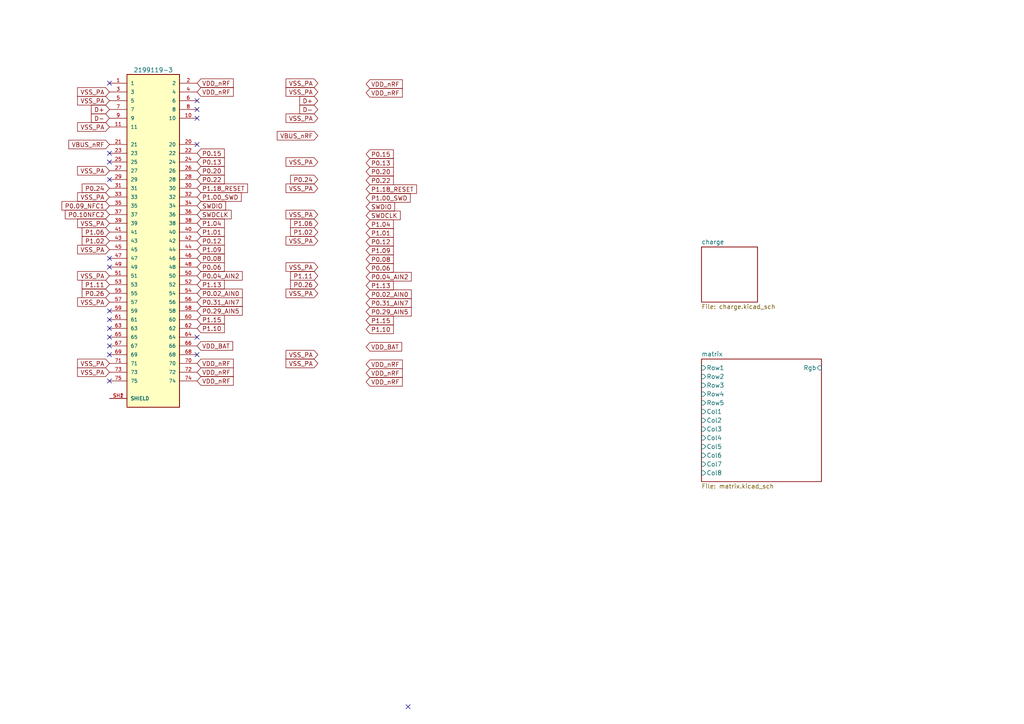
<source format=kicad_sch>
(kicad_sch (version 20230121) (generator eeschema)

  (uuid 0c58979d-0266-4c3b-8be3-5cbd68db6aec)

  (paper "A4")

  (lib_symbols
    (symbol "2199119-3:2199119-3" (pin_names (offset 1.016)) (in_bom yes) (on_board yes)
      (property "Reference" "J" (at -7.6454 48.9966 0)
        (effects (font (size 1.27 1.27)) (justify left bottom))
      )
      (property "Value" "2199119-3" (at -7.62 -50.8762 0)
        (effects (font (size 1.27 1.27)) (justify left bottom))
      )
      (property "Footprint" "TE_2199119-3" (at 0 0 0)
        (effects (font (size 1.27 1.27)) (justify left bottom) hide)
      )
      (property "Datasheet" "" (at 0 0 0)
        (effects (font (size 1.27 1.27)) (justify left bottom) hide)
      )
      (property "EU_RoHS_Compliance" "Compliant" (at 0 0 0)
        (effects (font (size 1.27 1.27)) (justify left bottom) hide)
      )
      (property "Comment" "2199119-3" (at 0 0 0)
        (effects (font (size 1.27 1.27)) (justify left bottom) hide)
      )
      (property "ki_locked" "" (at 0 0 0)
        (effects (font (size 1.27 1.27)))
      )
      (symbol "2199119-3_0_0"
        (rectangle (start -7.62 -48.26) (end 7.62 48.26)
          (stroke (width 0.254) (type solid))
          (fill (type background))
        )
        (pin passive line (at -12.7 45.72 0) (length 5.08)
          (name "1" (effects (font (size 1.016 1.016))))
          (number "1" (effects (font (size 1.016 1.016))))
        )
        (pin passive line (at 12.7 35.56 180) (length 5.08)
          (name "10" (effects (font (size 1.016 1.016))))
          (number "10" (effects (font (size 1.016 1.016))))
        )
        (pin passive line (at -12.7 33.02 0) (length 5.08)
          (name "11" (effects (font (size 1.016 1.016))))
          (number "11" (effects (font (size 1.016 1.016))))
        )
        (pin passive line (at 12.7 45.72 180) (length 5.08)
          (name "2" (effects (font (size 1.016 1.016))))
          (number "2" (effects (font (size 1.016 1.016))))
        )
        (pin passive line (at 12.7 27.94 180) (length 5.08)
          (name "20" (effects (font (size 1.016 1.016))))
          (number "20" (effects (font (size 1.016 1.016))))
        )
        (pin passive line (at -12.7 27.94 0) (length 5.08)
          (name "21" (effects (font (size 1.016 1.016))))
          (number "21" (effects (font (size 1.016 1.016))))
        )
        (pin passive line (at 12.7 25.4 180) (length 5.08)
          (name "22" (effects (font (size 1.016 1.016))))
          (number "22" (effects (font (size 1.016 1.016))))
        )
        (pin passive line (at -12.7 25.4 0) (length 5.08)
          (name "23" (effects (font (size 1.016 1.016))))
          (number "23" (effects (font (size 1.016 1.016))))
        )
        (pin passive line (at 12.7 22.86 180) (length 5.08)
          (name "24" (effects (font (size 1.016 1.016))))
          (number "24" (effects (font (size 1.016 1.016))))
        )
        (pin passive line (at -12.7 22.86 0) (length 5.08)
          (name "25" (effects (font (size 1.016 1.016))))
          (number "25" (effects (font (size 1.016 1.016))))
        )
        (pin passive line (at 12.7 20.32 180) (length 5.08)
          (name "26" (effects (font (size 1.016 1.016))))
          (number "26" (effects (font (size 1.016 1.016))))
        )
        (pin passive line (at -12.7 20.32 0) (length 5.08)
          (name "27" (effects (font (size 1.016 1.016))))
          (number "27" (effects (font (size 1.016 1.016))))
        )
        (pin passive line (at 12.7 17.78 180) (length 5.08)
          (name "28" (effects (font (size 1.016 1.016))))
          (number "28" (effects (font (size 1.016 1.016))))
        )
        (pin passive line (at -12.7 17.78 0) (length 5.08)
          (name "29" (effects (font (size 1.016 1.016))))
          (number "29" (effects (font (size 1.016 1.016))))
        )
        (pin passive line (at -12.7 43.18 0) (length 5.08)
          (name "3" (effects (font (size 1.016 1.016))))
          (number "3" (effects (font (size 1.016 1.016))))
        )
        (pin passive line (at 12.7 15.24 180) (length 5.08)
          (name "30" (effects (font (size 1.016 1.016))))
          (number "30" (effects (font (size 1.016 1.016))))
        )
        (pin passive line (at -12.7 15.24 0) (length 5.08)
          (name "31" (effects (font (size 1.016 1.016))))
          (number "31" (effects (font (size 1.016 1.016))))
        )
        (pin passive line (at 12.7 12.7 180) (length 5.08)
          (name "32" (effects (font (size 1.016 1.016))))
          (number "32" (effects (font (size 1.016 1.016))))
        )
        (pin passive line (at -12.7 12.7 0) (length 5.08)
          (name "33" (effects (font (size 1.016 1.016))))
          (number "33" (effects (font (size 1.016 1.016))))
        )
        (pin passive line (at 12.7 10.16 180) (length 5.08)
          (name "34" (effects (font (size 1.016 1.016))))
          (number "34" (effects (font (size 1.016 1.016))))
        )
        (pin passive line (at -12.7 10.16 0) (length 5.08)
          (name "35" (effects (font (size 1.016 1.016))))
          (number "35" (effects (font (size 1.016 1.016))))
        )
        (pin passive line (at 12.7 7.62 180) (length 5.08)
          (name "36" (effects (font (size 1.016 1.016))))
          (number "36" (effects (font (size 1.016 1.016))))
        )
        (pin passive line (at -12.7 7.62 0) (length 5.08)
          (name "37" (effects (font (size 1.016 1.016))))
          (number "37" (effects (font (size 1.016 1.016))))
        )
        (pin passive line (at 12.7 5.08 180) (length 5.08)
          (name "38" (effects (font (size 1.016 1.016))))
          (number "38" (effects (font (size 1.016 1.016))))
        )
        (pin passive line (at -12.7 5.08 0) (length 5.08)
          (name "39" (effects (font (size 1.016 1.016))))
          (number "39" (effects (font (size 1.016 1.016))))
        )
        (pin passive line (at 12.7 43.18 180) (length 5.08)
          (name "4" (effects (font (size 1.016 1.016))))
          (number "4" (effects (font (size 1.016 1.016))))
        )
        (pin passive line (at 12.7 2.54 180) (length 5.08)
          (name "40" (effects (font (size 1.016 1.016))))
          (number "40" (effects (font (size 1.016 1.016))))
        )
        (pin passive line (at -12.7 2.54 0) (length 5.08)
          (name "41" (effects (font (size 1.016 1.016))))
          (number "41" (effects (font (size 1.016 1.016))))
        )
        (pin passive line (at 12.7 0 180) (length 5.08)
          (name "42" (effects (font (size 1.016 1.016))))
          (number "42" (effects (font (size 1.016 1.016))))
        )
        (pin passive line (at -12.7 0 0) (length 5.08)
          (name "43" (effects (font (size 1.016 1.016))))
          (number "43" (effects (font (size 1.016 1.016))))
        )
        (pin passive line (at 12.7 -2.54 180) (length 5.08)
          (name "44" (effects (font (size 1.016 1.016))))
          (number "44" (effects (font (size 1.016 1.016))))
        )
        (pin passive line (at -12.7 -2.54 0) (length 5.08)
          (name "45" (effects (font (size 1.016 1.016))))
          (number "45" (effects (font (size 1.016 1.016))))
        )
        (pin passive line (at 12.7 -5.08 180) (length 5.08)
          (name "46" (effects (font (size 1.016 1.016))))
          (number "46" (effects (font (size 1.016 1.016))))
        )
        (pin passive line (at -12.7 -5.08 0) (length 5.08)
          (name "47" (effects (font (size 1.016 1.016))))
          (number "47" (effects (font (size 1.016 1.016))))
        )
        (pin passive line (at 12.7 -7.62 180) (length 5.08)
          (name "48" (effects (font (size 1.016 1.016))))
          (number "48" (effects (font (size 1.016 1.016))))
        )
        (pin passive line (at -12.7 -7.62 0) (length 5.08)
          (name "49" (effects (font (size 1.016 1.016))))
          (number "49" (effects (font (size 1.016 1.016))))
        )
        (pin passive line (at -12.7 40.64 0) (length 5.08)
          (name "5" (effects (font (size 1.016 1.016))))
          (number "5" (effects (font (size 1.016 1.016))))
        )
        (pin passive line (at 12.7 -10.16 180) (length 5.08)
          (name "50" (effects (font (size 1.016 1.016))))
          (number "50" (effects (font (size 1.016 1.016))))
        )
        (pin passive line (at -12.7 -10.16 0) (length 5.08)
          (name "51" (effects (font (size 1.016 1.016))))
          (number "51" (effects (font (size 1.016 1.016))))
        )
        (pin passive line (at 12.7 -12.7 180) (length 5.08)
          (name "52" (effects (font (size 1.016 1.016))))
          (number "52" (effects (font (size 1.016 1.016))))
        )
        (pin passive line (at -12.7 -12.7 0) (length 5.08)
          (name "53" (effects (font (size 1.016 1.016))))
          (number "53" (effects (font (size 1.016 1.016))))
        )
        (pin passive line (at 12.7 -15.24 180) (length 5.08)
          (name "54" (effects (font (size 1.016 1.016))))
          (number "54" (effects (font (size 1.016 1.016))))
        )
        (pin passive line (at -12.7 -15.24 0) (length 5.08)
          (name "55" (effects (font (size 1.016 1.016))))
          (number "55" (effects (font (size 1.016 1.016))))
        )
        (pin passive line (at 12.7 -17.78 180) (length 5.08)
          (name "56" (effects (font (size 1.016 1.016))))
          (number "56" (effects (font (size 1.016 1.016))))
        )
        (pin passive line (at -12.7 -17.78 0) (length 5.08)
          (name "57" (effects (font (size 1.016 1.016))))
          (number "57" (effects (font (size 1.016 1.016))))
        )
        (pin passive line (at 12.7 -20.32 180) (length 5.08)
          (name "58" (effects (font (size 1.016 1.016))))
          (number "58" (effects (font (size 1.016 1.016))))
        )
        (pin passive line (at -12.7 -20.32 0) (length 5.08)
          (name "59" (effects (font (size 1.016 1.016))))
          (number "59" (effects (font (size 1.016 1.016))))
        )
        (pin passive line (at 12.7 40.64 180) (length 5.08)
          (name "6" (effects (font (size 1.016 1.016))))
          (number "6" (effects (font (size 1.016 1.016))))
        )
        (pin passive line (at 12.7 -22.86 180) (length 5.08)
          (name "60" (effects (font (size 1.016 1.016))))
          (number "60" (effects (font (size 1.016 1.016))))
        )
        (pin passive line (at -12.7 -22.86 0) (length 5.08)
          (name "61" (effects (font (size 1.016 1.016))))
          (number "61" (effects (font (size 1.016 1.016))))
        )
        (pin passive line (at 12.7 -25.4 180) (length 5.08)
          (name "62" (effects (font (size 1.016 1.016))))
          (number "62" (effects (font (size 1.016 1.016))))
        )
        (pin passive line (at -12.7 -25.4 0) (length 5.08)
          (name "63" (effects (font (size 1.016 1.016))))
          (number "63" (effects (font (size 1.016 1.016))))
        )
        (pin passive line (at 12.7 -27.94 180) (length 5.08)
          (name "64" (effects (font (size 1.016 1.016))))
          (number "64" (effects (font (size 1.016 1.016))))
        )
        (pin passive line (at -12.7 -27.94 0) (length 5.08)
          (name "65" (effects (font (size 1.016 1.016))))
          (number "65" (effects (font (size 1.016 1.016))))
        )
        (pin passive line (at 12.7 -30.48 180) (length 5.08)
          (name "66" (effects (font (size 1.016 1.016))))
          (number "66" (effects (font (size 1.016 1.016))))
        )
        (pin passive line (at -12.7 -30.48 0) (length 5.08)
          (name "67" (effects (font (size 1.016 1.016))))
          (number "67" (effects (font (size 1.016 1.016))))
        )
        (pin passive line (at 12.7 -33.02 180) (length 5.08)
          (name "68" (effects (font (size 1.016 1.016))))
          (number "68" (effects (font (size 1.016 1.016))))
        )
        (pin passive line (at -12.7 -33.02 0) (length 5.08)
          (name "69" (effects (font (size 1.016 1.016))))
          (number "69" (effects (font (size 1.016 1.016))))
        )
        (pin passive line (at -12.7 38.1 0) (length 5.08)
          (name "7" (effects (font (size 1.016 1.016))))
          (number "7" (effects (font (size 1.016 1.016))))
        )
        (pin passive line (at 12.7 -35.56 180) (length 5.08)
          (name "70" (effects (font (size 1.016 1.016))))
          (number "70" (effects (font (size 1.016 1.016))))
        )
        (pin passive line (at -12.7 -35.56 0) (length 5.08)
          (name "71" (effects (font (size 1.016 1.016))))
          (number "71" (effects (font (size 1.016 1.016))))
        )
        (pin passive line (at 12.7 -38.1 180) (length 5.08)
          (name "72" (effects (font (size 1.016 1.016))))
          (number "72" (effects (font (size 1.016 1.016))))
        )
        (pin passive line (at -12.7 -38.1 0) (length 5.08)
          (name "73" (effects (font (size 1.016 1.016))))
          (number "73" (effects (font (size 1.016 1.016))))
        )
        (pin passive line (at 12.7 -40.64 180) (length 5.08)
          (name "74" (effects (font (size 1.016 1.016))))
          (number "74" (effects (font (size 1.016 1.016))))
        )
        (pin passive line (at -12.7 -40.64 0) (length 5.08)
          (name "75" (effects (font (size 1.016 1.016))))
          (number "75" (effects (font (size 1.016 1.016))))
        )
        (pin passive line (at 12.7 38.1 180) (length 5.08)
          (name "8" (effects (font (size 1.016 1.016))))
          (number "8" (effects (font (size 1.016 1.016))))
        )
        (pin passive line (at -12.7 35.56 0) (length 5.08)
          (name "9" (effects (font (size 1.016 1.016))))
          (number "9" (effects (font (size 1.016 1.016))))
        )
        (pin passive line (at -12.7 -45.72 0) (length 5.08)
          (name "SHIELD" (effects (font (size 1.016 1.016))))
          (number "SH1" (effects (font (size 1.016 1.016))))
        )
        (pin passive line (at -12.7 -45.72 0) (length 5.08)
          (name "SHIELD" (effects (font (size 1.016 1.016))))
          (number "SH2" (effects (font (size 1.016 1.016))))
        )
      )
    )
  )


  (no_connect (at 31.75 90.17) (uuid 006feefd-1d60-43b3-a6dc-0505032bbebd))
  (no_connect (at 57.15 97.79) (uuid 0f6315a1-64e1-442b-b838-bfd616f3dd7b))
  (no_connect (at 31.75 110.49) (uuid 10543a21-d1e2-40c6-a59b-c55aa14e2138))
  (no_connect (at 31.75 97.79) (uuid 167e0f2d-7d90-4159-99bb-3e6e4ec77cdd))
  (no_connect (at 57.15 31.75) (uuid 190f2dd1-b302-4af2-8fc6-061134693314))
  (no_connect (at 31.75 46.99) (uuid 25de5cd2-29d4-4434-874c-041c42798ffa))
  (no_connect (at 57.15 41.91) (uuid 36479b07-6f20-4a32-b966-3834ed0ebe83))
  (no_connect (at 57.15 102.87) (uuid 3a0b2fde-f0aa-4a3e-ac3c-3b9f19939f5f))
  (no_connect (at 31.75 77.47) (uuid 3c5d96e5-d0c8-4724-8f88-c1393b62988f))
  (no_connect (at 31.75 52.07) (uuid 44165306-7b54-4c5a-9614-70257db4f650))
  (no_connect (at 31.75 44.45) (uuid 46c6b7f3-1aeb-46df-9076-17bcc8460fdc))
  (no_connect (at 31.75 95.25) (uuid 560ece83-b6d5-4fe6-b9fd-7acc5425feeb))
  (no_connect (at 31.75 24.13) (uuid 5aa03fcf-7443-4ff7-a569-ae9c1cdc5cf5))
  (no_connect (at 31.75 92.71) (uuid 7121683c-94c0-44a9-af2d-f981788a68c2))
  (no_connect (at 118.364 204.978) (uuid 8b6cb506-6ecc-41ea-91bf-74aecc0cc280))
  (no_connect (at 31.75 100.33) (uuid 8da33517-9e3b-490b-a822-e37707847ea3))
  (no_connect (at 57.15 34.29) (uuid ac8cf137-762b-4d39-a4de-ed8732c656fe))
  (no_connect (at 57.15 29.21) (uuid ad373f5d-adde-49ee-8e6a-aac28f130601))
  (no_connect (at 31.75 102.87) (uuid b11f4aaa-2219-4ebd-a14d-be1aa9120c6c))
  (no_connect (at 31.75 74.93) (uuid dff60124-3d3f-4828-9063-e35be259f7f8))

  (global_label "SWDCLK" (shape input) (at 57.15 62.23 0) (fields_autoplaced)
    (effects (font (size 1.27 1.27)) (justify left))
    (uuid 00090bf5-0252-44e3-bc2b-82e2fd695393)
    (property "Intersheetrefs" "${INTERSHEET_REFS}" (at 67.5548 62.23 0)
      (effects (font (size 1.27 1.27)) (justify left) hide)
    )
  )
  (global_label "P0.08" (shape input) (at 106.172 75.184 0) (fields_autoplaced)
    (effects (font (size 1.27 1.27)) (justify left))
    (uuid 0082654c-5a19-44b0-b5fb-d53a5d1da5dc)
    (property "Intersheetrefs" "${INTERSHEET_REFS}" (at 114.5811 75.184 0)
      (effects (font (size 1.27 1.27)) (justify left) hide)
    )
  )
  (global_label "P1.01" (shape input) (at 106.172 67.564 0) (fields_autoplaced)
    (effects (font (size 1.27 1.27)) (justify left))
    (uuid 01c8c094-3d0d-4926-9681-5bf75c3d4c64)
    (property "Intersheetrefs" "${INTERSHEET_REFS}" (at 114.5811 67.564 0)
      (effects (font (size 1.27 1.27)) (justify left) hide)
    )
  )
  (global_label "P0.24" (shape input) (at 92.202 52.07 180) (fields_autoplaced)
    (effects (font (size 1.27 1.27)) (justify right))
    (uuid 0210193d-bc8a-4d4a-9daa-8181a13b051c)
    (property "Intersheetrefs" "${INTERSHEET_REFS}" (at 83.7929 52.07 0)
      (effects (font (size 1.27 1.27)) (justify right) hide)
    )
  )
  (global_label "VDD_BAT" (shape input) (at 106.172 100.584 0) (fields_autoplaced)
    (effects (font (size 1.27 1.27)) (justify left))
    (uuid 0936affb-ff27-4585-88fb-6427629758e3)
    (property "Intersheetrefs" "${INTERSHEET_REFS}" (at 117.0002 100.584 0)
      (effects (font (size 1.27 1.27)) (justify left) hide)
    )
  )
  (global_label "VDD_nRF" (shape input) (at 57.15 110.49 0) (fields_autoplaced)
    (effects (font (size 1.27 1.27)) (justify left))
    (uuid 0958d2f5-29e7-4b26-a5ab-2aefb309f0da)
    (property "Intersheetrefs" "${INTERSHEET_REFS}" (at 68.1596 110.49 0)
      (effects (font (size 1.27 1.27)) (justify left) hide)
    )
  )
  (global_label "VSS_PA" (shape input) (at 92.202 62.23 180) (fields_autoplaced)
    (effects (font (size 1.27 1.27)) (justify right))
    (uuid 0a4ccedb-93c4-4e13-83fa-2c4d82be7866)
    (property "Intersheetrefs" "${INTERSHEET_REFS}" (at 82.4624 62.23 0)
      (effects (font (size 1.27 1.27)) (justify right) hide)
    )
  )
  (global_label "P1.02" (shape input) (at 31.75 69.85 180) (fields_autoplaced)
    (effects (font (size 1.27 1.27)) (justify right))
    (uuid 0b30d228-1ae3-41ba-b810-b57594a015ec)
    (property "Intersheetrefs" "${INTERSHEET_REFS}" (at 23.3409 69.85 0)
      (effects (font (size 1.27 1.27)) (justify right) hide)
    )
  )
  (global_label "P0.12" (shape input) (at 106.172 70.104 0) (fields_autoplaced)
    (effects (font (size 1.27 1.27)) (justify left))
    (uuid 0d78ad7a-32b1-45fd-b344-622199160e8c)
    (property "Intersheetrefs" "${INTERSHEET_REFS}" (at 114.5811 70.104 0)
      (effects (font (size 1.27 1.27)) (justify left) hide)
    )
  )
  (global_label "VBUS_nRF" (shape input) (at 31.75 41.91 180) (fields_autoplaced)
    (effects (font (size 1.27 1.27)) (justify right))
    (uuid 0f092cc5-c90d-4eea-bac9-8b071e8c3f86)
    (property "Intersheetrefs" "${INTERSHEET_REFS}" (at 19.4704 41.91 0)
      (effects (font (size 1.27 1.27)) (justify right) hide)
    )
  )
  (global_label "P1.10" (shape input) (at 106.172 95.504 0) (fields_autoplaced)
    (effects (font (size 1.27 1.27)) (justify left))
    (uuid 1159dc1d-28cb-426f-8dee-631f5f0efe77)
    (property "Intersheetrefs" "${INTERSHEET_REFS}" (at 114.5811 95.504 0)
      (effects (font (size 1.27 1.27)) (justify left) hide)
    )
  )
  (global_label "P0.15" (shape input) (at 106.172 44.704 0) (fields_autoplaced)
    (effects (font (size 1.27 1.27)) (justify left))
    (uuid 18912c7a-b85c-4b14-9954-428dbaae627d)
    (property "Intersheetrefs" "${INTERSHEET_REFS}" (at 114.5811 44.704 0)
      (effects (font (size 1.27 1.27)) (justify left) hide)
    )
  )
  (global_label "VSS_PA" (shape input) (at 31.75 87.63 180) (fields_autoplaced)
    (effects (font (size 1.27 1.27)) (justify right))
    (uuid 1c1fcad7-bbda-4827-92c1-15a5144d919a)
    (property "Intersheetrefs" "${INTERSHEET_REFS}" (at 22.0104 87.63 0)
      (effects (font (size 1.27 1.27)) (justify right) hide)
    )
  )
  (global_label "P1.02" (shape input) (at 92.202 67.31 180) (fields_autoplaced)
    (effects (font (size 1.27 1.27)) (justify right))
    (uuid 1f62cf4d-b088-42dd-8b27-7d922b4405f0)
    (property "Intersheetrefs" "${INTERSHEET_REFS}" (at 83.7929 67.31 0)
      (effects (font (size 1.27 1.27)) (justify right) hide)
    )
  )
  (global_label "VDD_nRF" (shape input) (at 57.15 24.13 0) (fields_autoplaced)
    (effects (font (size 1.27 1.27)) (justify left))
    (uuid 2252b6f0-aecd-4431-9c6b-25e645d88e2f)
    (property "Intersheetrefs" "${INTERSHEET_REFS}" (at 68.1596 24.13 0)
      (effects (font (size 1.27 1.27)) (justify left) hide)
    )
  )
  (global_label "P0.20" (shape input) (at 106.172 49.784 0) (fields_autoplaced)
    (effects (font (size 1.27 1.27)) (justify left))
    (uuid 22983a60-b7c5-4ea9-a4db-1e6d865de819)
    (property "Intersheetrefs" "${INTERSHEET_REFS}" (at 114.5811 49.784 0)
      (effects (font (size 1.27 1.27)) (justify left) hide)
    )
  )
  (global_label "P1.00_SWD" (shape input) (at 57.15 57.15 0) (fields_autoplaced)
    (effects (font (size 1.27 1.27)) (justify left))
    (uuid 25cd5244-96e4-4fe9-b040-69067d32a140)
    (property "Intersheetrefs" "${INTERSHEET_REFS}" (at 70.4576 57.15 0)
      (effects (font (size 1.27 1.27)) (justify left) hide)
    )
  )
  (global_label "VDD_nRF" (shape input) (at 57.15 26.67 0) (fields_autoplaced)
    (effects (font (size 1.27 1.27)) (justify left))
    (uuid 2904757f-fc7a-41c7-b5f3-80f2e29b4a39)
    (property "Intersheetrefs" "${INTERSHEET_REFS}" (at 68.1596 26.67 0)
      (effects (font (size 1.27 1.27)) (justify left) hide)
    )
  )
  (global_label "VDD_BAT" (shape input) (at 57.15 100.33 0) (fields_autoplaced)
    (effects (font (size 1.27 1.27)) (justify left))
    (uuid 2952fa98-345b-4d0b-8d50-2c4c71d1befc)
    (property "Intersheetrefs" "${INTERSHEET_REFS}" (at 67.9782 100.33 0)
      (effects (font (size 1.27 1.27)) (justify left) hide)
    )
  )
  (global_label "P0.04_AIN2" (shape input) (at 57.15 80.01 0) (fields_autoplaced)
    (effects (font (size 1.27 1.27)) (justify left))
    (uuid 29ac8ea2-19b6-438b-9cd9-1c6eaebb8414)
    (property "Intersheetrefs" "${INTERSHEET_REFS}" (at 70.7601 80.01 0)
      (effects (font (size 1.27 1.27)) (justify left) hide)
    )
  )
  (global_label "D-" (shape input) (at 92.202 31.75 180) (fields_autoplaced)
    (effects (font (size 1.27 1.27)) (justify right))
    (uuid 2ea4a675-d431-45b2-be80-0565bca3c2cf)
    (property "Intersheetrefs" "${INTERSHEET_REFS}" (at 86.4538 31.75 0)
      (effects (font (size 1.27 1.27)) (justify right) hide)
    )
  )
  (global_label "P1.18_RESET" (shape input) (at 106.172 54.864 0) (fields_autoplaced)
    (effects (font (size 1.27 1.27)) (justify left))
    (uuid 322d1de1-7270-4b74-925c-848ba13134f7)
    (property "Intersheetrefs" "${INTERSHEET_REFS}" (at 121.2938 54.864 0)
      (effects (font (size 1.27 1.27)) (justify left) hide)
    )
  )
  (global_label "P0.12" (shape input) (at 57.15 69.85 0) (fields_autoplaced)
    (effects (font (size 1.27 1.27)) (justify left))
    (uuid 343d75ab-7c5a-4196-bc82-f625c14f8ab6)
    (property "Intersheetrefs" "${INTERSHEET_REFS}" (at 65.5591 69.85 0)
      (effects (font (size 1.27 1.27)) (justify left) hide)
    )
  )
  (global_label "SWDIO" (shape input) (at 57.15 59.69 0) (fields_autoplaced)
    (effects (font (size 1.27 1.27)) (justify left))
    (uuid 34b847ad-78eb-40d6-9a04-2f4c6f6a50a7)
    (property "Intersheetrefs" "${INTERSHEET_REFS}" (at 65.922 59.69 0)
      (effects (font (size 1.27 1.27)) (justify left) hide)
    )
  )
  (global_label "VDD_nRF" (shape input) (at 106.172 105.664 0) (fields_autoplaced)
    (effects (font (size 1.27 1.27)) (justify left))
    (uuid 37cea6cd-cfa9-4186-b578-041c39defc57)
    (property "Intersheetrefs" "${INTERSHEET_REFS}" (at 117.1816 105.664 0)
      (effects (font (size 1.27 1.27)) (justify left) hide)
    )
  )
  (global_label "VSS_PA" (shape input) (at 31.75 29.21 180) (fields_autoplaced)
    (effects (font (size 1.27 1.27)) (justify right))
    (uuid 3b483e23-1849-410b-b4a0-4c506e3d3ed0)
    (property "Intersheetrefs" "${INTERSHEET_REFS}" (at 22.0104 29.21 0)
      (effects (font (size 1.27 1.27)) (justify right) hide)
    )
  )
  (global_label "P0.10NFC2" (shape input) (at 31.75 62.23 180) (fields_autoplaced)
    (effects (font (size 1.27 1.27)) (justify right))
    (uuid 3cdeed48-b6bd-4c44-bdcc-2d28c473c1a9)
    (property "Intersheetrefs" "${INTERSHEET_REFS}" (at 18.4423 62.23 0)
      (effects (font (size 1.27 1.27)) (justify right) hide)
    )
  )
  (global_label "P0.02_AIN0" (shape input) (at 106.172 85.344 0) (fields_autoplaced)
    (effects (font (size 1.27 1.27)) (justify left))
    (uuid 4bf0abfe-602e-4dc4-8a42-4d219632f58f)
    (property "Intersheetrefs" "${INTERSHEET_REFS}" (at 119.7821 85.344 0)
      (effects (font (size 1.27 1.27)) (justify left) hide)
    )
  )
  (global_label "VDD_nRF" (shape input) (at 106.172 108.204 0) (fields_autoplaced)
    (effects (font (size 1.27 1.27)) (justify left))
    (uuid 50c0829e-4eb2-4941-8d5c-4e66cdb29a85)
    (property "Intersheetrefs" "${INTERSHEET_REFS}" (at 117.1816 108.204 0)
      (effects (font (size 1.27 1.27)) (justify left) hide)
    )
  )
  (global_label "P1.06" (shape input) (at 92.202 64.77 180) (fields_autoplaced)
    (effects (font (size 1.27 1.27)) (justify right))
    (uuid 50c43045-e55a-4b31-ab11-c1e68cd31fbd)
    (property "Intersheetrefs" "${INTERSHEET_REFS}" (at 83.7929 64.77 0)
      (effects (font (size 1.27 1.27)) (justify right) hide)
    )
  )
  (global_label "VSS_PA" (shape input) (at 31.75 64.77 180) (fields_autoplaced)
    (effects (font (size 1.27 1.27)) (justify right))
    (uuid 56f22036-ded6-43a6-92fd-08fad27e3b7a)
    (property "Intersheetrefs" "${INTERSHEET_REFS}" (at 22.0104 64.77 0)
      (effects (font (size 1.27 1.27)) (justify right) hide)
    )
  )
  (global_label "P0.20" (shape input) (at 57.15 49.53 0) (fields_autoplaced)
    (effects (font (size 1.27 1.27)) (justify left))
    (uuid 579bc3cd-fad1-4a26-97c0-e3cc0156626f)
    (property "Intersheetrefs" "${INTERSHEET_REFS}" (at 65.5591 49.53 0)
      (effects (font (size 1.27 1.27)) (justify left) hide)
    )
  )
  (global_label "VSS_PA" (shape input) (at 92.202 26.67 180) (fields_autoplaced)
    (effects (font (size 1.27 1.27)) (justify right))
    (uuid 58b4083b-cf5f-49f7-b09f-7521fe231788)
    (property "Intersheetrefs" "${INTERSHEET_REFS}" (at 82.4624 26.67 0)
      (effects (font (size 1.27 1.27)) (justify right) hide)
    )
  )
  (global_label "P0.08" (shape input) (at 57.15 74.93 0) (fields_autoplaced)
    (effects (font (size 1.27 1.27)) (justify left))
    (uuid 597e8de9-435b-4ee3-88b7-f9cb31f5fe5d)
    (property "Intersheetrefs" "${INTERSHEET_REFS}" (at 65.5591 74.93 0)
      (effects (font (size 1.27 1.27)) (justify left) hide)
    )
  )
  (global_label "VSS_PA" (shape input) (at 92.202 34.29 180) (fields_autoplaced)
    (effects (font (size 1.27 1.27)) (justify right))
    (uuid 5ba0a0a7-8759-49ac-bdec-b72a5817a04c)
    (property "Intersheetrefs" "${INTERSHEET_REFS}" (at 82.4624 34.29 0)
      (effects (font (size 1.27 1.27)) (justify right) hide)
    )
  )
  (global_label "VSS_PA" (shape input) (at 92.202 105.41 180) (fields_autoplaced)
    (effects (font (size 1.27 1.27)) (justify right))
    (uuid 5fff9511-1457-48d5-8076-461f332cb0c9)
    (property "Intersheetrefs" "${INTERSHEET_REFS}" (at 82.4624 105.41 0)
      (effects (font (size 1.27 1.27)) (justify right) hide)
    )
  )
  (global_label "P0.06" (shape input) (at 57.15 77.47 0) (fields_autoplaced)
    (effects (font (size 1.27 1.27)) (justify left))
    (uuid 6078c05d-d9a6-4307-881a-e36d52a09b15)
    (property "Intersheetrefs" "${INTERSHEET_REFS}" (at 65.5591 77.47 0)
      (effects (font (size 1.27 1.27)) (justify left) hide)
    )
  )
  (global_label "D+" (shape input) (at 92.202 29.21 180) (fields_autoplaced)
    (effects (font (size 1.27 1.27)) (justify right))
    (uuid 642866fd-1bbb-4baf-8308-d50f9da42a66)
    (property "Intersheetrefs" "${INTERSHEET_REFS}" (at 86.4538 29.21 0)
      (effects (font (size 1.27 1.27)) (justify right) hide)
    )
  )
  (global_label "VDD_nRF" (shape input) (at 57.15 105.41 0) (fields_autoplaced)
    (effects (font (size 1.27 1.27)) (justify left))
    (uuid 651216ad-8bdf-430f-86b1-b9c5c3f8c4f7)
    (property "Intersheetrefs" "${INTERSHEET_REFS}" (at 68.1596 105.41 0)
      (effects (font (size 1.27 1.27)) (justify left) hide)
    )
  )
  (global_label "P0.26" (shape input) (at 31.75 85.09 180) (fields_autoplaced)
    (effects (font (size 1.27 1.27)) (justify right))
    (uuid 67eff348-f5b8-4b8d-944a-d67cc23071c1)
    (property "Intersheetrefs" "${INTERSHEET_REFS}" (at 23.3409 85.09 0)
      (effects (font (size 1.27 1.27)) (justify right) hide)
    )
  )
  (global_label "VBUS_nRF" (shape input) (at 92.202 39.37 180) (fields_autoplaced)
    (effects (font (size 1.27 1.27)) (justify right))
    (uuid 69735cd3-49db-4d8a-84fd-6ff897e37115)
    (property "Intersheetrefs" "${INTERSHEET_REFS}" (at 79.9224 39.37 0)
      (effects (font (size 1.27 1.27)) (justify right) hide)
    )
  )
  (global_label "VSS_PA" (shape input) (at 31.75 57.15 180) (fields_autoplaced)
    (effects (font (size 1.27 1.27)) (justify right))
    (uuid 6b97c464-d1cf-426e-8d68-80a5d23852ec)
    (property "Intersheetrefs" "${INTERSHEET_REFS}" (at 22.0104 57.15 0)
      (effects (font (size 1.27 1.27)) (justify right) hide)
    )
  )
  (global_label "VSS_PA" (shape input) (at 31.75 107.95 180) (fields_autoplaced)
    (effects (font (size 1.27 1.27)) (justify right))
    (uuid 718f1f15-82e0-4617-bde9-b6959dc605d6)
    (property "Intersheetrefs" "${INTERSHEET_REFS}" (at 22.0104 107.95 0)
      (effects (font (size 1.27 1.27)) (justify right) hide)
    )
  )
  (global_label "P0.02_AIN0" (shape input) (at 57.15 85.09 0) (fields_autoplaced)
    (effects (font (size 1.27 1.27)) (justify left))
    (uuid 79ddb33f-5508-401a-9fb0-831d45d7d86d)
    (property "Intersheetrefs" "${INTERSHEET_REFS}" (at 70.7601 85.09 0)
      (effects (font (size 1.27 1.27)) (justify left) hide)
    )
  )
  (global_label "P0.31_AIN7" (shape input) (at 57.15 87.63 0) (fields_autoplaced)
    (effects (font (size 1.27 1.27)) (justify left))
    (uuid 8086aaed-db28-4b26-a64b-681608398339)
    (property "Intersheetrefs" "${INTERSHEET_REFS}" (at 70.7601 87.63 0)
      (effects (font (size 1.27 1.27)) (justify left) hide)
    )
  )
  (global_label "VSS_PA" (shape input) (at 31.75 72.39 180) (fields_autoplaced)
    (effects (font (size 1.27 1.27)) (justify right))
    (uuid 836d4365-cacd-4559-9d54-49118d228c34)
    (property "Intersheetrefs" "${INTERSHEET_REFS}" (at 22.0104 72.39 0)
      (effects (font (size 1.27 1.27)) (justify right) hide)
    )
  )
  (global_label "P0.22" (shape input) (at 57.15 52.07 0) (fields_autoplaced)
    (effects (font (size 1.27 1.27)) (justify left))
    (uuid 863575b4-ccc6-42da-b62a-90378e8793a5)
    (property "Intersheetrefs" "${INTERSHEET_REFS}" (at 65.5591 52.07 0)
      (effects (font (size 1.27 1.27)) (justify left) hide)
    )
  )
  (global_label "P1.09" (shape input) (at 57.15 72.39 0) (fields_autoplaced)
    (effects (font (size 1.27 1.27)) (justify left))
    (uuid 8de95191-17fb-430e-8f24-1278d32cd795)
    (property "Intersheetrefs" "${INTERSHEET_REFS}" (at 65.5591 72.39 0)
      (effects (font (size 1.27 1.27)) (justify left) hide)
    )
  )
  (global_label "P1.11" (shape input) (at 31.75 82.55 180) (fields_autoplaced)
    (effects (font (size 1.27 1.27)) (justify right))
    (uuid 8eabad38-bc18-4618-a4bf-f5509fff3746)
    (property "Intersheetrefs" "${INTERSHEET_REFS}" (at 23.3409 82.55 0)
      (effects (font (size 1.27 1.27)) (justify right) hide)
    )
  )
  (global_label "VDD_nRF" (shape input) (at 106.172 110.744 0) (fields_autoplaced)
    (effects (font (size 1.27 1.27)) (justify left))
    (uuid 916fabc0-eee7-41e3-8fd7-233e4ba76d79)
    (property "Intersheetrefs" "${INTERSHEET_REFS}" (at 117.1816 110.744 0)
      (effects (font (size 1.27 1.27)) (justify left) hide)
    )
  )
  (global_label "VSS_PA" (shape input) (at 92.202 102.87 180) (fields_autoplaced)
    (effects (font (size 1.27 1.27)) (justify right))
    (uuid 93685ab0-6e38-4b69-b346-92c4d11c8ede)
    (property "Intersheetrefs" "${INTERSHEET_REFS}" (at 82.4624 102.87 0)
      (effects (font (size 1.27 1.27)) (justify right) hide)
    )
  )
  (global_label "VSS_PA" (shape input) (at 92.202 24.13 180) (fields_autoplaced)
    (effects (font (size 1.27 1.27)) (justify right))
    (uuid 94cc1488-0591-4940-8f39-e16b8a8a3de6)
    (property "Intersheetrefs" "${INTERSHEET_REFS}" (at 82.4624 24.13 0)
      (effects (font (size 1.27 1.27)) (justify right) hide)
    )
  )
  (global_label "P1.18_RESET" (shape input) (at 57.15 54.61 0) (fields_autoplaced)
    (effects (font (size 1.27 1.27)) (justify left))
    (uuid 95a65eb3-ea38-48ed-bb86-48658b5e37ed)
    (property "Intersheetrefs" "${INTERSHEET_REFS}" (at 72.2718 54.61 0)
      (effects (font (size 1.27 1.27)) (justify left) hide)
    )
  )
  (global_label "P0.22" (shape input) (at 106.172 52.324 0) (fields_autoplaced)
    (effects (font (size 1.27 1.27)) (justify left))
    (uuid 97212733-fc78-4b6c-92a2-9519016da4c2)
    (property "Intersheetrefs" "${INTERSHEET_REFS}" (at 114.5811 52.324 0)
      (effects (font (size 1.27 1.27)) (justify left) hide)
    )
  )
  (global_label "VSS_PA" (shape input) (at 31.75 49.53 180) (fields_autoplaced)
    (effects (font (size 1.27 1.27)) (justify right))
    (uuid 9757b70f-3930-4a5c-8e33-f6c03aa239ea)
    (property "Intersheetrefs" "${INTERSHEET_REFS}" (at 22.0104 49.53 0)
      (effects (font (size 1.27 1.27)) (justify right) hide)
    )
  )
  (global_label "P0.06" (shape input) (at 106.172 77.724 0) (fields_autoplaced)
    (effects (font (size 1.27 1.27)) (justify left))
    (uuid 9cdcf387-a5e6-483a-9e7d-651abc76ff32)
    (property "Intersheetrefs" "${INTERSHEET_REFS}" (at 114.5811 77.724 0)
      (effects (font (size 1.27 1.27)) (justify left) hide)
    )
  )
  (global_label "P1.15" (shape input) (at 57.15 92.71 0) (fields_autoplaced)
    (effects (font (size 1.27 1.27)) (justify left))
    (uuid a2c4b650-e7e2-4f67-9720-57cb21a1a4fd)
    (property "Intersheetrefs" "${INTERSHEET_REFS}" (at 65.5591 92.71 0)
      (effects (font (size 1.27 1.27)) (justify left) hide)
    )
  )
  (global_label "VSS_PA" (shape input) (at 31.75 80.01 180) (fields_autoplaced)
    (effects (font (size 1.27 1.27)) (justify right))
    (uuid a4062944-49ab-45b0-adf2-960893223bc3)
    (property "Intersheetrefs" "${INTERSHEET_REFS}" (at 22.0104 80.01 0)
      (effects (font (size 1.27 1.27)) (justify right) hide)
    )
  )
  (global_label "P1.09" (shape input) (at 106.172 72.644 0) (fields_autoplaced)
    (effects (font (size 1.27 1.27)) (justify left))
    (uuid a6e360fe-0073-4b00-bf44-6a1a44127b12)
    (property "Intersheetrefs" "${INTERSHEET_REFS}" (at 114.5811 72.644 0)
      (effects (font (size 1.27 1.27)) (justify left) hide)
    )
  )
  (global_label "P1.11" (shape input) (at 92.202 80.01 180) (fields_autoplaced)
    (effects (font (size 1.27 1.27)) (justify right))
    (uuid a852f71d-6fe3-41b8-825d-3deead000e91)
    (property "Intersheetrefs" "${INTERSHEET_REFS}" (at 83.7929 80.01 0)
      (effects (font (size 1.27 1.27)) (justify right) hide)
    )
  )
  (global_label "SWDIO" (shape input) (at 106.172 59.944 0) (fields_autoplaced)
    (effects (font (size 1.27 1.27)) (justify left))
    (uuid ab894495-a47a-4069-a491-f7b2ada16c19)
    (property "Intersheetrefs" "${INTERSHEET_REFS}" (at 114.944 59.944 0)
      (effects (font (size 1.27 1.27)) (justify left) hide)
    )
  )
  (global_label "VSS_PA" (shape input) (at 31.75 105.41 180) (fields_autoplaced)
    (effects (font (size 1.27 1.27)) (justify right))
    (uuid ab89bb7d-64fa-46f3-94b6-8017a1a919ff)
    (property "Intersheetrefs" "${INTERSHEET_REFS}" (at 22.0104 105.41 0)
      (effects (font (size 1.27 1.27)) (justify right) hide)
    )
  )
  (global_label "P0.31_AIN7" (shape input) (at 106.172 87.884 0) (fields_autoplaced)
    (effects (font (size 1.27 1.27)) (justify left))
    (uuid ab966fa7-1a28-49b9-8ad6-e0076f80ff3d)
    (property "Intersheetrefs" "${INTERSHEET_REFS}" (at 119.7821 87.884 0)
      (effects (font (size 1.27 1.27)) (justify left) hide)
    )
  )
  (global_label "P1.15" (shape input) (at 106.172 92.964 0) (fields_autoplaced)
    (effects (font (size 1.27 1.27)) (justify left))
    (uuid b30a372c-2a64-4a06-8a2e-38bcee6cf58b)
    (property "Intersheetrefs" "${INTERSHEET_REFS}" (at 114.5811 92.964 0)
      (effects (font (size 1.27 1.27)) (justify left) hide)
    )
  )
  (global_label "D+" (shape input) (at 31.75 31.75 180) (fields_autoplaced)
    (effects (font (size 1.27 1.27)) (justify right))
    (uuid b44982d1-0223-4420-ab43-4d210f9991a6)
    (property "Intersheetrefs" "${INTERSHEET_REFS}" (at 26.0018 31.75 0)
      (effects (font (size 1.27 1.27)) (justify right) hide)
    )
  )
  (global_label "VSS_PA" (shape input) (at 92.202 85.09 180) (fields_autoplaced)
    (effects (font (size 1.27 1.27)) (justify right))
    (uuid b7f16e27-a23c-4564-9819-20646b141f6f)
    (property "Intersheetrefs" "${INTERSHEET_REFS}" (at 82.4624 85.09 0)
      (effects (font (size 1.27 1.27)) (justify right) hide)
    )
  )
  (global_label "VDD_nRF" (shape input) (at 106.172 24.384 0) (fields_autoplaced)
    (effects (font (size 1.27 1.27)) (justify left))
    (uuid b955c3b4-85da-4337-8aa4-4417cee5785c)
    (property "Intersheetrefs" "${INTERSHEET_REFS}" (at 117.1816 24.384 0)
      (effects (font (size 1.27 1.27)) (justify left) hide)
    )
  )
  (global_label "VSS_PA" (shape input) (at 92.202 77.47 180) (fields_autoplaced)
    (effects (font (size 1.27 1.27)) (justify right))
    (uuid bc0b8485-a10a-4d91-9dd7-d288129207a2)
    (property "Intersheetrefs" "${INTERSHEET_REFS}" (at 82.4624 77.47 0)
      (effects (font (size 1.27 1.27)) (justify right) hide)
    )
  )
  (global_label "SWDCLK" (shape input) (at 106.172 62.484 0) (fields_autoplaced)
    (effects (font (size 1.27 1.27)) (justify left))
    (uuid c25d4c60-cc94-4633-bdb0-9c717ce7c20e)
    (property "Intersheetrefs" "${INTERSHEET_REFS}" (at 116.5768 62.484 0)
      (effects (font (size 1.27 1.27)) (justify left) hide)
    )
  )
  (global_label "VDD_nRF" (shape input) (at 106.172 26.924 0) (fields_autoplaced)
    (effects (font (size 1.27 1.27)) (justify left))
    (uuid c34ec77c-4e2c-4c15-ac50-71f867cfc47f)
    (property "Intersheetrefs" "${INTERSHEET_REFS}" (at 117.1816 26.924 0)
      (effects (font (size 1.27 1.27)) (justify left) hide)
    )
  )
  (global_label "P0.29_AIN5" (shape input) (at 106.172 90.424 0) (fields_autoplaced)
    (effects (font (size 1.27 1.27)) (justify left))
    (uuid c6882bde-dfed-4664-99cd-73c7378f3026)
    (property "Intersheetrefs" "${INTERSHEET_REFS}" (at 119.7821 90.424 0)
      (effects (font (size 1.27 1.27)) (justify left) hide)
    )
  )
  (global_label "VDD_nRF" (shape input) (at 57.15 107.95 0) (fields_autoplaced)
    (effects (font (size 1.27 1.27)) (justify left))
    (uuid c6a85757-0ee4-4104-83de-70874b6e1dc1)
    (property "Intersheetrefs" "${INTERSHEET_REFS}" (at 68.1596 107.95 0)
      (effects (font (size 1.27 1.27)) (justify left) hide)
    )
  )
  (global_label "P0.26" (shape input) (at 92.202 82.55 180) (fields_autoplaced)
    (effects (font (size 1.27 1.27)) (justify right))
    (uuid c8cfad03-ef27-4920-9db4-8a99c6450724)
    (property "Intersheetrefs" "${INTERSHEET_REFS}" (at 83.7929 82.55 0)
      (effects (font (size 1.27 1.27)) (justify right) hide)
    )
  )
  (global_label "P0.09_NFC1" (shape input) (at 31.75 59.69 180) (fields_autoplaced)
    (effects (font (size 1.27 1.27)) (justify right))
    (uuid cf022011-b8ab-4b66-9f42-d5518045067c)
    (property "Intersheetrefs" "${INTERSHEET_REFS}" (at 17.4747 59.69 0)
      (effects (font (size 1.27 1.27)) (justify right) hide)
    )
  )
  (global_label "P1.13" (shape input) (at 57.15 82.55 0) (fields_autoplaced)
    (effects (font (size 1.27 1.27)) (justify left))
    (uuid d578577d-30f3-42d9-9b23-35928b097be9)
    (property "Intersheetrefs" "${INTERSHEET_REFS}" (at 65.5591 82.55 0)
      (effects (font (size 1.27 1.27)) (justify left) hide)
    )
  )
  (global_label "D-" (shape input) (at 31.75 34.29 180) (fields_autoplaced)
    (effects (font (size 1.27 1.27)) (justify right))
    (uuid d5831bcb-8d7b-46da-88bf-61c8c6e0f908)
    (property "Intersheetrefs" "${INTERSHEET_REFS}" (at 26.0018 34.29 0)
      (effects (font (size 1.27 1.27)) (justify right) hide)
    )
  )
  (global_label "P1.04" (shape input) (at 57.15 64.77 0) (fields_autoplaced)
    (effects (font (size 1.27 1.27)) (justify left))
    (uuid dc85f6ce-376b-4176-88ef-7077eb5f1cba)
    (property "Intersheetrefs" "${INTERSHEET_REFS}" (at 65.5591 64.77 0)
      (effects (font (size 1.27 1.27)) (justify left) hide)
    )
  )
  (global_label "P0.13" (shape input) (at 106.172 47.244 0) (fields_autoplaced)
    (effects (font (size 1.27 1.27)) (justify left))
    (uuid de436874-d10d-4b99-9597-fd9267610189)
    (property "Intersheetrefs" "${INTERSHEET_REFS}" (at 114.5811 47.244 0)
      (effects (font (size 1.27 1.27)) (justify left) hide)
    )
  )
  (global_label "P0.13" (shape input) (at 57.15 46.99 0) (fields_autoplaced)
    (effects (font (size 1.27 1.27)) (justify left))
    (uuid e01493f1-b0fa-4476-96dc-61a43e48512b)
    (property "Intersheetrefs" "${INTERSHEET_REFS}" (at 65.5591 46.99 0)
      (effects (font (size 1.27 1.27)) (justify left) hide)
    )
  )
  (global_label "VSS_PA" (shape input) (at 92.202 46.99 180) (fields_autoplaced)
    (effects (font (size 1.27 1.27)) (justify right))
    (uuid e307251b-fecf-41a1-bad6-4a235e2b974b)
    (property "Intersheetrefs" "${INTERSHEET_REFS}" (at 82.4624 46.99 0)
      (effects (font (size 1.27 1.27)) (justify right) hide)
    )
  )
  (global_label "P1.00_SWD" (shape input) (at 106.172 57.404 0) (fields_autoplaced)
    (effects (font (size 1.27 1.27)) (justify left))
    (uuid e4c6d22f-242c-42d5-a1fe-119bc5774613)
    (property "Intersheetrefs" "${INTERSHEET_REFS}" (at 119.4796 57.404 0)
      (effects (font (size 1.27 1.27)) (justify left) hide)
    )
  )
  (global_label "P1.13" (shape input) (at 106.172 82.804 0) (fields_autoplaced)
    (effects (font (size 1.27 1.27)) (justify left))
    (uuid e61beb3c-635c-4dd5-90f2-d6a7ec621dd0)
    (property "Intersheetrefs" "${INTERSHEET_REFS}" (at 114.5811 82.804 0)
      (effects (font (size 1.27 1.27)) (justify left) hide)
    )
  )
  (global_label "P0.15" (shape input) (at 57.15 44.45 0) (fields_autoplaced)
    (effects (font (size 1.27 1.27)) (justify left))
    (uuid e842f704-706c-4456-b8b8-87c6fb3df983)
    (property "Intersheetrefs" "${INTERSHEET_REFS}" (at 65.5591 44.45 0)
      (effects (font (size 1.27 1.27)) (justify left) hide)
    )
  )
  (global_label "P0.24" (shape input) (at 31.75 54.61 180) (fields_autoplaced)
    (effects (font (size 1.27 1.27)) (justify right))
    (uuid ed09447d-3714-4290-8fe6-ba297f64da74)
    (property "Intersheetrefs" "${INTERSHEET_REFS}" (at 23.3409 54.61 0)
      (effects (font (size 1.27 1.27)) (justify right) hide)
    )
  )
  (global_label "VSS_PA" (shape input) (at 31.75 26.67 180) (fields_autoplaced)
    (effects (font (size 1.27 1.27)) (justify right))
    (uuid ee0cbae1-d465-4fd5-86fe-6f6609bcdbcb)
    (property "Intersheetrefs" "${INTERSHEET_REFS}" (at 22.0104 26.67 0)
      (effects (font (size 1.27 1.27)) (justify right) hide)
    )
  )
  (global_label "VSS_PA" (shape input) (at 92.202 69.85 180) (fields_autoplaced)
    (effects (font (size 1.27 1.27)) (justify right))
    (uuid f07adf04-96fb-48f9-b159-27516fe8093d)
    (property "Intersheetrefs" "${INTERSHEET_REFS}" (at 82.4624 69.85 0)
      (effects (font (size 1.27 1.27)) (justify right) hide)
    )
  )
  (global_label "P0.04_AIN2" (shape input) (at 106.172 80.264 0) (fields_autoplaced)
    (effects (font (size 1.27 1.27)) (justify left))
    (uuid f0e784a6-5d7e-419f-996d-0c921570d2df)
    (property "Intersheetrefs" "${INTERSHEET_REFS}" (at 119.7821 80.264 0)
      (effects (font (size 1.27 1.27)) (justify left) hide)
    )
  )
  (global_label "P1.01" (shape input) (at 57.15 67.31 0) (fields_autoplaced)
    (effects (font (size 1.27 1.27)) (justify left))
    (uuid f20aa330-fb57-4f7e-8636-3c497bab6dd7)
    (property "Intersheetrefs" "${INTERSHEET_REFS}" (at 65.5591 67.31 0)
      (effects (font (size 1.27 1.27)) (justify left) hide)
    )
  )
  (global_label "P1.10" (shape input) (at 57.15 95.25 0) (fields_autoplaced)
    (effects (font (size 1.27 1.27)) (justify left))
    (uuid f5f8139e-c706-4f21-b3cc-587e78694afc)
    (property "Intersheetrefs" "${INTERSHEET_REFS}" (at 65.5591 95.25 0)
      (effects (font (size 1.27 1.27)) (justify left) hide)
    )
  )
  (global_label "VSS_PA" (shape input) (at 31.75 36.83 180) (fields_autoplaced)
    (effects (font (size 1.27 1.27)) (justify right))
    (uuid f7c54905-8d00-4ba9-9f54-7fd2a12e345d)
    (property "Intersheetrefs" "${INTERSHEET_REFS}" (at 22.0104 36.83 0)
      (effects (font (size 1.27 1.27)) (justify right) hide)
    )
  )
  (global_label "VSS_PA" (shape input) (at 92.202 54.61 180) (fields_autoplaced)
    (effects (font (size 1.27 1.27)) (justify right))
    (uuid f83a6a23-c25a-4f36-b8fb-8a1a94889b98)
    (property "Intersheetrefs" "${INTERSHEET_REFS}" (at 82.4624 54.61 0)
      (effects (font (size 1.27 1.27)) (justify right) hide)
    )
  )
  (global_label "P0.29_AIN5" (shape input) (at 57.15 90.17 0) (fields_autoplaced)
    (effects (font (size 1.27 1.27)) (justify left))
    (uuid fc7047fa-2b5f-4569-9a6a-e703e91900a0)
    (property "Intersheetrefs" "${INTERSHEET_REFS}" (at 70.7601 90.17 0)
      (effects (font (size 1.27 1.27)) (justify left) hide)
    )
  )
  (global_label "P1.06" (shape input) (at 31.75 67.31 180) (fields_autoplaced)
    (effects (font (size 1.27 1.27)) (justify right))
    (uuid fd1e7767-7640-4a82-86b8-eb0f79beccbf)
    (property "Intersheetrefs" "${INTERSHEET_REFS}" (at 23.3409 67.31 0)
      (effects (font (size 1.27 1.27)) (justify right) hide)
    )
  )
  (global_label "P1.04" (shape input) (at 106.172 65.024 0) (fields_autoplaced)
    (effects (font (size 1.27 1.27)) (justify left))
    (uuid fe583730-10c3-4d64-803c-c98acdc51e6d)
    (property "Intersheetrefs" "${INTERSHEET_REFS}" (at 114.5811 65.024 0)
      (effects (font (size 1.27 1.27)) (justify left) hide)
    )
  )

  (symbol (lib_id "2199119-3:2199119-3") (at 44.45 69.85 0) (unit 1)
    (in_bom yes) (on_board yes) (dnp no)
    (uuid 91349412-6abf-4d61-8fa9-4d3abfbf36ff)
    (property "Reference" "J1" (at 41.91 246.126 0)
      (effects (font (size 1.27 1.27)) hide)
    )
    (property "Value" "2199119-3" (at 44.45 20.32 0)
      (effects (font (size 1.27 1.27)))
    )
    (property "Footprint" "TE_2199119-3" (at 44.45 69.85 0)
      (effects (font (size 1.27 1.27)) (justify left bottom) hide)
    )
    (property "Datasheet" "" (at 44.45 69.85 0)
      (effects (font (size 1.27 1.27)) (justify left bottom) hide)
    )
    (property "EU_RoHS_Compliance" "Compliant" (at 44.45 69.85 0)
      (effects (font (size 1.27 1.27)) (justify left bottom) hide)
    )
    (property "Comment" "2199119-3" (at 44.45 69.85 0)
      (effects (font (size 1.27 1.27)) (justify left bottom) hide)
    )
    (pin "1" (uuid 6e78022e-7d66-4e3c-8a01-146b269e7b7d))
    (pin "10" (uuid 2af452a0-32b6-4bc6-b9bd-6086adff0430))
    (pin "11" (uuid 83f20542-9a3c-40be-9eac-52d2a3347606))
    (pin "2" (uuid c8ec750d-d32b-444c-9d8a-cdd6456ba30c))
    (pin "20" (uuid 2450eaae-0ff9-4ff7-8cee-c213becb1ac3))
    (pin "21" (uuid 0103d918-8090-44d5-b5b8-b259c74ffc4f))
    (pin "22" (uuid 68fbc47b-8464-445d-bb96-a7ff25ab4cff))
    (pin "23" (uuid 7d70645c-dfae-44dc-bdcf-5f7f2f95be10))
    (pin "24" (uuid 613be540-b61d-48de-b62b-d56300990280))
    (pin "25" (uuid bbf99b72-7d80-4a29-b35b-70e58cd241d7))
    (pin "26" (uuid e57ce27f-62e6-484e-9fd1-e774ee7a8a75))
    (pin "27" (uuid 8069405a-fa49-4f2b-aa57-d7323249a3d6))
    (pin "28" (uuid 42419aa3-b7a3-48dd-a6bc-98dadb668bc2))
    (pin "29" (uuid cc468695-2574-472e-839d-9d4bba2370a1))
    (pin "3" (uuid 76b672e5-37e6-4b4b-866c-fc7d175f3250))
    (pin "30" (uuid a073b648-359c-46e9-8892-e7bae01730ab))
    (pin "31" (uuid 68e3482a-1f8f-483a-953f-37d888ba2224))
    (pin "32" (uuid a3b8ac1e-293a-4e72-bb2e-a2cd02b06691))
    (pin "33" (uuid 845c9dd9-a779-48ba-82c5-6fbf388fd3e0))
    (pin "34" (uuid 69ce4845-f1db-4d7e-bd2e-97719f568cb9))
    (pin "35" (uuid f3178f3a-45c2-48b2-8f56-4b64a93106fc))
    (pin "36" (uuid bd442f0f-34b0-4f75-a2af-34ce37eb6a54))
    (pin "37" (uuid 253e2136-8cc1-4828-a786-3ac2d71d664f))
    (pin "38" (uuid fd4e5ec0-add1-40ed-82f3-fdfc0a1f62f9))
    (pin "39" (uuid d8507be7-df2a-44a3-ab79-3b48c572038a))
    (pin "4" (uuid e94d3049-bf4a-4f5e-bd59-7a844f5087e4))
    (pin "40" (uuid d0e89ed1-b572-4434-86d3-502c772911e2))
    (pin "41" (uuid ae5317d2-8e9c-4533-a7ea-2e47388a7a1c))
    (pin "42" (uuid fb217d04-81b6-438e-9ad4-4636babde31d))
    (pin "43" (uuid 3f1f1ec1-476d-4016-b962-0630e02be751))
    (pin "44" (uuid 1ad38844-a0cd-4ee4-bfaa-27be3fbd0842))
    (pin "45" (uuid 4e312a2b-9e03-4153-8cb2-1dc7b25a2a55))
    (pin "46" (uuid 7b87f4bd-7e29-4925-8d63-ffc6eb19f759))
    (pin "47" (uuid fa21acab-69a9-41e4-ad2b-3d4b7dd7f3b9))
    (pin "48" (uuid 0c093dd7-f43b-4d73-b8f6-c3982949b54e))
    (pin "49" (uuid da276562-ee9b-45f9-95ad-e4e4c786bc54))
    (pin "5" (uuid d36dc463-ed47-4dc6-b279-5a4f59d0cac5))
    (pin "50" (uuid f9e3932c-dab8-493b-b026-454817751b23))
    (pin "51" (uuid 28a421aa-bddf-4e1f-b6c8-71d7ead7f4a2))
    (pin "52" (uuid bb41b3f6-ce3f-4fe0-88ad-233585ab41b8))
    (pin "53" (uuid cc9aa7bd-4db6-4df4-bc38-1499d291147f))
    (pin "54" (uuid 40481a97-761a-4fa8-8d3f-e1a11e7c5812))
    (pin "55" (uuid 763f9d24-eab0-4e84-ae36-21921e8b9b77))
    (pin "56" (uuid 3ae1215d-7fae-4b77-b6c7-cbf562b9521d))
    (pin "57" (uuid c13147c7-fac6-4f79-ad56-2848261e3fba))
    (pin "58" (uuid 2836588f-4ba7-4db1-9e60-ba44a1d8b957))
    (pin "59" (uuid 12683ec7-febf-4c48-b512-bf05bf09df94))
    (pin "6" (uuid 434ccd2e-dfd6-48d6-a490-2aec9e746aa0))
    (pin "60" (uuid eb857572-f9da-47be-8481-1c7794c17004))
    (pin "61" (uuid f15ea52d-8ed7-4b38-8cfe-cb0adccdc763))
    (pin "62" (uuid 27e9e897-0253-4e69-8fa3-a8378445cfe0))
    (pin "63" (uuid c9b48590-8114-4dd5-809d-27ac4929a1b0))
    (pin "64" (uuid 493f5626-cfa3-4cab-9e59-e840daa22b08))
    (pin "65" (uuid b5d0fba7-eb5c-4706-9086-9a77bd3bee98))
    (pin "66" (uuid b80b5e5e-c579-4d26-9c62-0b67a24b802c))
    (pin "67" (uuid dfec74ce-327e-4b2b-b752-fe65046efbf5))
    (pin "68" (uuid fa3b423b-812c-4f5c-9fe4-e14d29538bf1))
    (pin "69" (uuid ca478425-fbbf-4732-ae42-aeddb78c57ba))
    (pin "7" (uuid 20242d56-d5e0-4540-bc40-b7b61606e4a4))
    (pin "70" (uuid 19d15d48-36c5-430a-b84e-e04dbc5d3164))
    (pin "71" (uuid 81043725-855e-4816-9272-638c54bd6e36))
    (pin "72" (uuid 98cad62e-cfe9-42e1-8282-df87f55490cc))
    (pin "73" (uuid 23369968-fba6-4bc3-980f-5730be6922ef))
    (pin "74" (uuid 04c209ed-e838-4bad-a3ca-096a56d69b4f))
    (pin "75" (uuid 03e6c43f-cfac-413a-a735-9b97cd4c636d))
    (pin "8" (uuid c130ef61-8b00-4a5e-9357-942b72ebff52))
    (pin "9" (uuid 2c15f433-1a05-41c7-9029-0b76e8c6f5a6))
    (pin "SH1" (uuid 34ea14b3-7aca-47af-94b9-64be8d06038b))
    (pin "SH2" (uuid 875ddf1d-13df-4be1-a244-8afe04c713ed))
    (instances
      (project "hazzel_right"
        (path "/0c58979d-0266-4c3b-8be3-5cbd68db6aec"
          (reference "J1") (unit 1)
        )
      )
      (project "hazzel_left"
        (path "/a34ab0a7-6d13-4a4f-8515-c1ea39aa2f64"
          (reference "J1") (unit 1)
        )
      )
    )
  )

  (sheet (at 203.454 71.628) (size 16.256 16.002) (fields_autoplaced)
    (stroke (width 0.1524) (type solid))
    (fill (color 0 0 0 0.0000))
    (uuid 8cfd6f2e-efb2-4fc8-9b80-cb161925a9ab)
    (property "Sheetname" "charge" (at 203.454 70.9164 0)
      (effects (font (size 1.27 1.27)) (justify left bottom))
    )
    (property "Sheetfile" "charge.kicad_sch" (at 203.454 88.2146 0)
      (effects (font (size 1.27 1.27)) (justify left top))
    )
    (property "Field2" "" (at 203.454 71.628 0)
      (effects (font (size 1.27 1.27)) hide)
    )
    (instances
      (project "hazzel_right"
        (path "/0c58979d-0266-4c3b-8be3-5cbd68db6aec" (page "3"))
      )
    )
  )

  (sheet (at 203.454 104.14) (size 34.798 35.56) (fields_autoplaced)
    (stroke (width 0.1524) (type solid))
    (fill (color 0 0 0 0.0000))
    (uuid 8e514dfd-cddf-4ee2-b1c1-5704f6f068da)
    (property "Sheetname" "matrix" (at 203.454 103.4284 0)
      (effects (font (size 1.27 1.27)) (justify left bottom))
    )
    (property "Sheetfile" "matrix.kicad_sch" (at 203.454 140.2846 0)
      (effects (font (size 1.27 1.27)) (justify left top))
    )
    (pin "Col8" input (at 203.454 137.16 180)
      (effects (font (size 1.27 1.27)) (justify left))
      (uuid 0d7b2c25-ce07-428b-9651-04d4c1f8061f)
    )
    (pin "Col7" input (at 203.454 134.62 180)
      (effects (font (size 1.27 1.27)) (justify left))
      (uuid 1e1d8dfd-e354-42a6-b953-9b05688af38d)
    )
    (pin "Col4" input (at 203.454 127 180)
      (effects (font (size 1.27 1.27)) (justify left))
      (uuid 63357f59-f675-4208-8726-9ad37a56e974)
    )
    (pin "Col5" input (at 203.454 129.54 180)
      (effects (font (size 1.27 1.27)) (justify left))
      (uuid ce51b48a-25f9-4294-a67b-e659f3347b4d)
    )
    (pin "Col1" input (at 203.454 119.38 180)
      (effects (font (size 1.27 1.27)) (justify left))
      (uuid b1c9ad0d-38e2-492e-a5cb-2908da5c70fd)
    )
    (pin "Col2" input (at 203.454 121.92 180)
      (effects (font (size 1.27 1.27)) (justify left))
      (uuid df1fe206-28bb-4811-bef9-ef40b3eabfce)
    )
    (pin "Col3" input (at 203.454 124.46 180)
      (effects (font (size 1.27 1.27)) (justify left))
      (uuid a80f199c-41ec-4aae-86a2-5e94dcbb42ba)
    )
    (pin "Col6" input (at 203.454 132.08 180)
      (effects (font (size 1.27 1.27)) (justify left))
      (uuid a7ca7b77-39d0-4b26-a24a-290e1c8e804d)
    )
    (pin "Row4" input (at 203.454 114.3 180)
      (effects (font (size 1.27 1.27)) (justify left))
      (uuid e86e003f-4dbe-4df1-94a2-ae6dd0277430)
    )
    (pin "Row5" input (at 203.454 116.84 180)
      (effects (font (size 1.27 1.27)) (justify left))
      (uuid 060ba5f7-611a-4931-b899-dffa8fd632a8)
    )
    (pin "Row1" input (at 203.454 106.68 180)
      (effects (font (size 1.27 1.27)) (justify left))
      (uuid 3660f0ec-1488-4544-8003-86d1cf3ac7db)
    )
    (pin "Row2" input (at 203.454 109.22 180)
      (effects (font (size 1.27 1.27)) (justify left))
      (uuid 1a972da9-f518-43b5-97ea-b9184e54e076)
    )
    (pin "Row3" input (at 203.454 111.76 180)
      (effects (font (size 1.27 1.27)) (justify left))
      (uuid 48e3806a-63ac-4388-8ac8-a3187f080b0c)
    )
    (pin "Rgb" input (at 238.252 106.68 0)
      (effects (font (size 1.27 1.27)) (justify right))
      (uuid d6863eea-f4fb-4573-aea6-7d6dc7eaaf1c)
    )
    (instances
      (project "hazzel_right"
        (path "/0c58979d-0266-4c3b-8be3-5cbd68db6aec" (page "2"))
      )
    )
  )

  (sheet_instances
    (path "/" (page "1"))
  )
)

</source>
